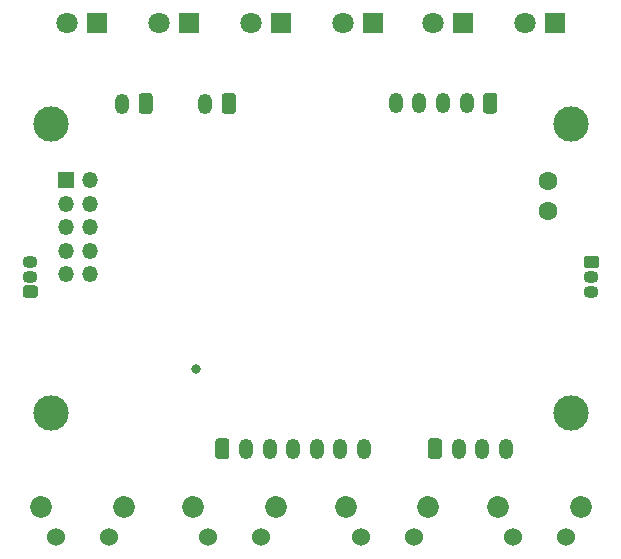
<source format=gbr>
%TF.GenerationSoftware,KiCad,Pcbnew,(5.1.6)-1*%
%TF.CreationDate,2020-12-26T20:27:58+01:00*%
%TF.ProjectId,VESC_UI,56455343-5f55-4492-9e6b-696361645f70,rev?*%
%TF.SameCoordinates,Original*%
%TF.FileFunction,Soldermask,Bot*%
%TF.FilePolarity,Negative*%
%FSLAX46Y46*%
G04 Gerber Fmt 4.6, Leading zero omitted, Abs format (unit mm)*
G04 Created by KiCad (PCBNEW (5.1.6)-1) date 2020-12-26 20:27:58*
%MOMM*%
%LPD*%
G01*
G04 APERTURE LIST*
%ADD10O,1.350000X1.350000*%
%ADD11R,1.350000X1.350000*%
%ADD12O,1.300000X1.050000*%
%ADD13C,0.800000*%
%ADD14C,1.600000*%
%ADD15C,1.524000*%
%ADD16C,1.850000*%
%ADD17O,1.200000X1.750000*%
%ADD18C,3.000000*%
%ADD19C,1.800000*%
%ADD20R,1.800000X1.800000*%
G04 APERTURE END LIST*
D10*
%TO.C,J4*%
X120250000Y-100250000D03*
X118250000Y-100250000D03*
X120250000Y-98250000D03*
X118250000Y-98250000D03*
X120250000Y-96250000D03*
X118250000Y-96250000D03*
X120250000Y-94250000D03*
X118250000Y-94250000D03*
X120250000Y-92250000D03*
D11*
X118250000Y-92250000D03*
%TD*%
%TO.C,J1*%
G36*
G01*
X115650100Y-102225000D02*
X114849900Y-102225000D01*
G75*
G02*
X114600000Y-101975100I0J249900D01*
G01*
X114600000Y-101424900D01*
G75*
G02*
X114849900Y-101175000I249900J0D01*
G01*
X115650100Y-101175000D01*
G75*
G02*
X115900000Y-101424900I0J-249900D01*
G01*
X115900000Y-101975100D01*
G75*
G02*
X115650100Y-102225000I-249900J0D01*
G01*
G37*
D12*
X115250000Y-99160000D03*
X115250000Y-100430000D03*
%TD*%
D13*
%TO.C,SW5*%
X129250000Y-108250000D03*
%TD*%
D14*
%TO.C,R13*%
X159100000Y-94840000D03*
X159100000Y-92300000D03*
%TD*%
D15*
%TO.C,SW1*%
X121900000Y-122450000D03*
X117400000Y-122450000D03*
D16*
X123150000Y-119950000D03*
X116150000Y-119950000D03*
%TD*%
%TO.C,SW2*%
X129050000Y-119950000D03*
X136050000Y-119950000D03*
D15*
X130300000Y-122450000D03*
X134800000Y-122450000D03*
%TD*%
%TO.C,SW3*%
X147700000Y-122450000D03*
X143200000Y-122450000D03*
D16*
X148950000Y-119950000D03*
X141950000Y-119950000D03*
%TD*%
%TO.C,SW4*%
X154850000Y-119950000D03*
X161850000Y-119950000D03*
D15*
X156100000Y-122450000D03*
X160600000Y-122450000D03*
%TD*%
D12*
%TO.C,J2*%
X162750000Y-100470000D03*
X162750000Y-101740000D03*
G36*
G01*
X162349900Y-98675000D02*
X163150100Y-98675000D01*
G75*
G02*
X163400000Y-98924900I0J-249900D01*
G01*
X163400000Y-99475100D01*
G75*
G02*
X163150100Y-99725000I-249900J0D01*
G01*
X162349900Y-99725000D01*
G75*
G02*
X162100000Y-99475100I0J249900D01*
G01*
X162100000Y-98924900D01*
G75*
G02*
X162349900Y-98675000I249900J0D01*
G01*
G37*
%TD*%
D17*
%TO.C,J5*%
X146175000Y-85750000D03*
X148175000Y-85750000D03*
X150175000Y-85750000D03*
X152175000Y-85750000D03*
G36*
G01*
X154775000Y-85124999D02*
X154775000Y-86375001D01*
G75*
G02*
X154525001Y-86625000I-249999J0D01*
G01*
X153824999Y-86625000D01*
G75*
G02*
X153575000Y-86375001I0J249999D01*
G01*
X153575000Y-85124999D01*
G75*
G02*
X153824999Y-84875000I249999J0D01*
G01*
X154525001Y-84875000D01*
G75*
G02*
X154775000Y-85124999I0J-249999D01*
G01*
G37*
%TD*%
D18*
%TO.C,REF\u002A\u002A*%
X161000000Y-112000000D03*
%TD*%
%TO.C,REF\u002A\u002A*%
X117000000Y-112000000D03*
%TD*%
%TO.C,REF\u002A\u002A*%
X117000000Y-87500000D03*
%TD*%
%TO.C,REF\u002A\u002A*%
X161000000Y-87500000D03*
%TD*%
D19*
%TO.C,D6*%
X157160000Y-79000000D03*
D20*
X159700000Y-79000000D03*
%TD*%
D19*
%TO.C,D5*%
X149360000Y-79000000D03*
D20*
X151900000Y-79000000D03*
%TD*%
D19*
%TO.C,D4*%
X141750000Y-79000000D03*
D20*
X144290000Y-79000000D03*
%TD*%
D19*
%TO.C,D3*%
X133960000Y-79000000D03*
D20*
X136500000Y-79000000D03*
%TD*%
D19*
%TO.C,D2*%
X126150000Y-79000000D03*
D20*
X128690000Y-79000000D03*
%TD*%
D19*
%TO.C,D1*%
X118360000Y-79000000D03*
D20*
X120900000Y-79000000D03*
%TD*%
D17*
%TO.C,J6*%
X155500000Y-115000000D03*
X153500000Y-115000000D03*
X151500000Y-115000000D03*
G36*
G01*
X148900000Y-115625001D02*
X148900000Y-114374999D01*
G75*
G02*
X149149999Y-114125000I249999J0D01*
G01*
X149850001Y-114125000D01*
G75*
G02*
X150100000Y-114374999I0J-249999D01*
G01*
X150100000Y-115625001D01*
G75*
G02*
X149850001Y-115875000I-249999J0D01*
G01*
X149149999Y-115875000D01*
G75*
G02*
X148900000Y-115625001I0J249999D01*
G01*
G37*
%TD*%
%TO.C,J3*%
G36*
G01*
X130900000Y-115625001D02*
X130900000Y-114374999D01*
G75*
G02*
X131149999Y-114125000I249999J0D01*
G01*
X131850001Y-114125000D01*
G75*
G02*
X132100000Y-114374999I0J-249999D01*
G01*
X132100000Y-115625001D01*
G75*
G02*
X131850001Y-115875000I-249999J0D01*
G01*
X131149999Y-115875000D01*
G75*
G02*
X130900000Y-115625001I0J249999D01*
G01*
G37*
X133500000Y-115000000D03*
X135500000Y-115000000D03*
X137500000Y-115000000D03*
X139500000Y-115000000D03*
X141500000Y-115000000D03*
X143500000Y-115000000D03*
%TD*%
%TO.C,J8*%
G36*
G01*
X125600000Y-85149999D02*
X125600000Y-86400001D01*
G75*
G02*
X125350001Y-86650000I-249999J0D01*
G01*
X124649999Y-86650000D01*
G75*
G02*
X124400000Y-86400001I0J249999D01*
G01*
X124400000Y-85149999D01*
G75*
G02*
X124649999Y-84900000I249999J0D01*
G01*
X125350001Y-84900000D01*
G75*
G02*
X125600000Y-85149999I0J-249999D01*
G01*
G37*
X123000000Y-85775000D03*
%TD*%
%TO.C,J9*%
X130050000Y-85775000D03*
G36*
G01*
X132650000Y-85149999D02*
X132650000Y-86400001D01*
G75*
G02*
X132400001Y-86650000I-249999J0D01*
G01*
X131699999Y-86650000D01*
G75*
G02*
X131450000Y-86400001I0J249999D01*
G01*
X131450000Y-85149999D01*
G75*
G02*
X131699999Y-84900000I249999J0D01*
G01*
X132400001Y-84900000D01*
G75*
G02*
X132650000Y-85149999I0J-249999D01*
G01*
G37*
%TD*%
M02*

</source>
